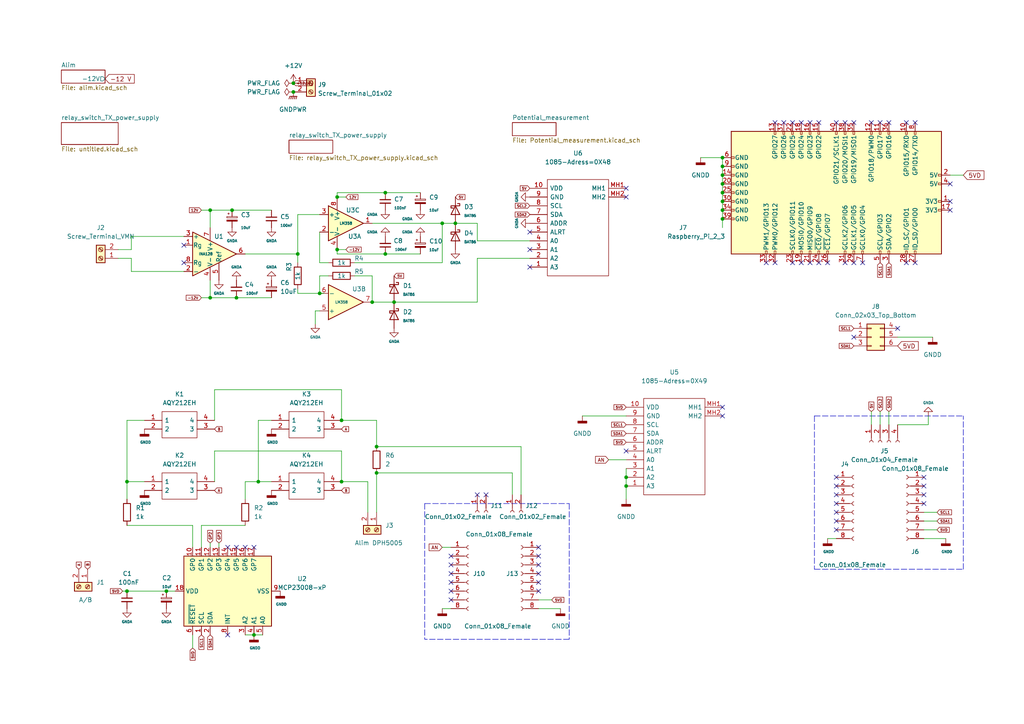
<source format=kicad_sch>
(kicad_sch (version 20211123) (generator eeschema)
  (paper "A4")
  (title_block (company "OhmPi team"))
  (junction (at 60.96 86.36))
  (junction (at 209.55 55.88))
  (junction (at 36.83 171.45))
  (junction (at 68.58 86.36))
  (junction (at 99.06 139.7))
  (junction (at 74.93 139.7))
  (junction (at 114.3 87.63))
  (junction (at 48.26 171.45))
  (junction (at 181.61 138.43))
  (junction (at 209.55 50.8))
  (junction (at 36.83 139.7))
  (junction (at 181.61 140.97))
  (junction (at 132.08 64.77))
  (junction (at 209.55 48.26))
  (junction (at 86.36 73.66))
  (junction (at 97.79 57.15))
  (junction (at 209.55 58.42))
  (junction (at 85.09 24.13))
  (junction (at 209.55 63.5))
  (junction (at 97.79 72.39))
  (junction (at 67.31 60.96))
  (junction (at 60.96 60.96))
  (junction (at 111.76 55.88))
  (junction (at 92.71 85.09))
  (junction (at 209.55 60.96))
  (junction (at 111.76 73.66))
  (junction (at 109.22 137.16))
  (junction (at 209.55 45.72))
  (junction (at 85.09 26.67))
  (junction (at 73.66 184.15))
  (junction (at 109.22 129.54))
  (junction (at 107.95 87.63))
  (junction (at 209.55 53.34))
  (junction (at 128.27 64.77))
  (junction (at 99.06 121.92))
  (no_connect (at 242.57 148.59))
  (no_connect (at 242.57 143.51))
  (no_connect (at 242.57 146.05))
  (no_connect (at 242.57 138.43))
  (no_connect (at 242.57 140.97))
  (no_connect (at 242.57 151.13))
  (no_connect (at 242.57 153.67))
  (no_connect (at 53.34 76.2))
  (no_connect (at 53.34 71.12))
  (no_connect (at 130.81 168.91))
  (no_connect (at 156.21 166.37))
  (no_connect (at 209.55 118.11))
  (no_connect (at 181.61 130.81))
  (no_connect (at 209.55 120.65))
  (no_connect (at 275.59 58.42))
  (no_connect (at 275.59 60.96))
  (no_connect (at 275.59 53.34))
  (no_connect (at 73.66 158.75))
  (no_connect (at 71.12 158.75))
  (no_connect (at 68.58 158.75))
  (no_connect (at 66.04 158.75))
  (no_connect (at 153.67 67.31))
  (no_connect (at 181.61 54.61))
  (no_connect (at 181.61 57.15))
  (no_connect (at 156.21 171.45))
  (no_connect (at 156.21 168.91))
  (no_connect (at 66.04 184.15))
  (no_connect (at 156.21 161.29))
  (no_connect (at 156.21 163.83))
  (no_connect (at 130.81 163.83))
  (no_connect (at 153.67 72.39))
  (no_connect (at 153.67 77.47))
  (no_connect (at 260.35 95.25))
  (no_connect (at 247.65 97.79))
  (no_connect (at 156.21 158.75))
  (no_connect (at 130.81 171.45))
  (no_connect (at 140.97 143.51))
  (no_connect (at 138.43 143.51))
  (no_connect (at 130.81 161.29))
  (no_connect (at 130.81 166.37))
  (no_connect (at 267.97 146.05))
  (no_connect (at 267.97 138.43))
  (no_connect (at 267.97 140.97))
  (no_connect (at 267.97 143.51))
  (no_connect (at 252.73 35.56))
  (no_connect (at 255.27 35.56))
  (no_connect (at 257.81 35.56))
  (no_connect (at 262.89 35.56))
  (no_connect (at 265.43 35.56))
  (no_connect (at 224.79 35.56))
  (no_connect (at 227.33 35.56))
  (no_connect (at 229.87 35.56))
  (no_connect (at 232.41 35.56))
  (no_connect (at 234.95 35.56))
  (no_connect (at 237.49 35.56))
  (no_connect (at 242.57 35.56))
  (no_connect (at 245.11 35.56))
  (no_connect (at 247.65 35.56))
  (no_connect (at 262.89 76.2))
  (no_connect (at 265.43 76.2))
  (no_connect (at 240.03 76.2))
  (no_connect (at 245.11 76.2))
  (no_connect (at 247.65 76.2))
  (no_connect (at 250.19 76.2))
  (no_connect (at 229.87 76.2))
  (no_connect (at 232.41 76.2))
  (no_connect (at 234.95 76.2))
  (no_connect (at 237.49 76.2))
  (no_connect (at 224.79 76.2))
  (no_connect (at 222.25 76.2))
  (no_connect (at 130.81 173.99))
  (wire (pts (xy 86.36 73.66) (xy 86.36 76.2)))
  (wire (pts (xy 34.29 74.93) (xy 38.1 74.93)))
  (wire (pts (xy 138.43 87.63) (xy 114.3 87.63)))
  (wire (pts (xy 55.88 152.4) (xy 55.88 158.75)))
  (wire (pts (xy 92.71 76.2) (xy 95.25 76.2)))
  (wire (pts (xy 209.55 63.5) (xy 209.55 66.04)))
  (wire (pts (xy 74.93 121.92) (xy 74.93 139.7)))
  (wire (pts (xy 62.23 130.81) (xy 62.23 139.7)))
  (polyline (pts (xy 236.22 165.1) (xy 279.4 165.1)))
  (polyline (pts (xy 236.22 120.65) (xy 279.4 120.65)))
  (wire (pts (xy 260.35 97.79) (xy 270.51 97.79)))
  (wire (pts (xy 109.22 121.92) (xy 109.22 129.54)))
  (wire (pts (xy 128.27 64.77) (xy 107.95 64.77)))
  (wire (pts (xy 107.95 87.63) (xy 107.95 80.01)))
  (wire (pts (xy 121.92 73.66) (xy 111.76 73.66)))
  (wire (pts (xy 35.56 171.45) (xy 36.83 171.45)))
  (wire (pts (xy 74.93 139.7) (xy 78.74 139.7)))
  (wire (pts (xy 240.03 156.21) (xy 242.57 156.21)))
  (wire (pts (xy 71.12 139.7) (xy 71.12 144.78)))
  (wire (pts (xy 209.55 60.96) (xy 209.55 63.5)))
  (wire (pts (xy 128.27 64.77) (xy 132.08 64.77)))
  (wire (pts (xy 148.59 137.16) (xy 148.59 143.51)))
  (wire (pts (xy 58.42 86.36) (xy 60.96 86.36)))
  (wire (pts (xy 36.83 139.7) (xy 41.91 139.7)))
  (wire (pts (xy 99.06 130.81) (xy 99.06 139.7)))
  (wire (pts (xy 86.36 85.09) (xy 92.71 85.09)))
  (wire (pts (xy 279.4 50.8) (xy 275.59 50.8)))
  (wire (pts (xy 60.96 60.96) (xy 60.96 66.04)))
  (wire (pts (xy 106.68 148.59) (xy 106.68 139.7)))
  (polyline (pts (xy 279.4 165.1) (xy 279.4 120.65)))
  (wire (pts (xy 92.71 80.01) (xy 92.71 85.09)))
  (wire (pts (xy 36.83 139.7) (xy 36.83 144.78)))
  (wire (pts (xy 97.79 55.88) (xy 111.76 55.88)))
  (wire (pts (xy 91.44 90.17) (xy 91.44 93.98)))
  (wire (pts (xy 78.74 121.92) (xy 74.93 121.92)))
  (wire (pts (xy 203.2 45.72) (xy 209.55 45.72)))
  (wire (pts (xy 109.22 137.16) (xy 148.59 137.16)))
  (wire (pts (xy 73.66 184.15) (xy 76.2 184.15)))
  (wire (pts (xy 58.42 152.4) (xy 71.12 152.4)))
  (wire (pts (xy 55.88 184.15) (xy 55.88 187.96)))
  (wire (pts (xy 38.1 74.93) (xy 38.1 78.74)))
  (wire (pts (xy 86.36 62.23) (xy 92.71 62.23)))
  (wire (pts (xy 92.71 90.17) (xy 91.44 90.17)))
  (wire (pts (xy 176.53 133.35) (xy 181.61 133.35)))
  (wire (pts (xy 102.87 76.2) (xy 128.27 76.2)))
  (wire (pts (xy 99.06 121.92) (xy 109.22 121.92)))
  (wire (pts (xy 41.91 121.92) (xy 36.83 121.92)))
  (wire (pts (xy 181.61 140.97) (xy 181.61 144.78)))
  (wire (pts (xy 58.42 152.4) (xy 58.42 158.75)))
  (wire (pts (xy 209.55 55.88) (xy 209.55 58.42)))
  (wire (pts (xy 97.79 73.66) (xy 111.76 73.66)))
  (wire (pts (xy 111.76 55.88) (xy 121.92 55.88)))
  (wire (pts (xy 58.42 60.96) (xy 60.96 60.96)))
  (wire (pts (xy 92.71 67.31) (xy 92.71 76.2)))
  (wire (pts (xy 267.97 151.13) (xy 271.78 151.13)))
  (polyline (pts (xy 165.1 185.42) (xy 123.19 185.42)))
  (wire (pts (xy 78.74 86.36) (xy 68.58 86.36)))
  (wire (pts (xy 38.1 78.74) (xy 53.34 78.74)))
  (wire (pts (xy 209.55 45.72) (xy 209.55 48.26)))
  (wire (pts (xy 97.79 57.15) (xy 100.33 57.15)))
  (wire (pts (xy 181.61 138.43) (xy 181.61 140.97)))
  (wire (pts (xy 255.27 119.38) (xy 255.27 123.19)))
  (wire (pts (xy 260.35 123.19) (xy 269.24 123.19)))
  (wire (pts (xy 62.23 113.03) (xy 99.06 113.03)))
  (wire (pts (xy 99.06 113.03) (xy 99.06 121.92)))
  (wire (pts (xy 67.31 60.96) (xy 78.74 60.96)))
  (wire (pts (xy 86.36 62.23) (xy 86.36 73.66)))
  (wire (pts (xy 62.23 130.81) (xy 99.06 130.81)))
  (wire (pts (xy 109.22 137.16) (xy 109.22 148.59)))
  (wire (pts (xy 63.5 157.48) (xy 63.5 158.75)))
  (wire (pts (xy 209.55 48.26) (xy 209.55 50.8)))
  (wire (pts (xy 138.43 74.93) (xy 138.43 87.63)))
  (wire (pts (xy 128.27 176.53) (xy 130.81 176.53)))
  (wire (pts (xy 153.67 74.93) (xy 138.43 74.93)))
  (wire (pts (xy 71.12 184.15) (xy 73.66 184.15)))
  (wire (pts (xy 151.13 143.51) (xy 151.13 129.54)))
  (wire (pts (xy 102.87 80.01) (xy 107.95 80.01)))
  (wire (pts (xy 60.96 157.48) (xy 60.96 158.75)))
  (wire (pts (xy 252.73 119.38) (xy 252.73 123.19)))
  (wire (pts (xy 209.55 53.34) (xy 209.55 55.88)))
  (wire (pts (xy 267.97 156.21) (xy 274.32 156.21)))
  (wire (pts (xy 138.43 69.85) (xy 138.43 64.77)))
  (wire (pts (xy 151.13 129.54) (xy 109.22 129.54)))
  (wire (pts (xy 209.55 58.42) (xy 209.55 60.96)))
  (wire (pts (xy 36.83 121.92) (xy 36.83 139.7)))
  (wire (pts (xy 107.95 87.63) (xy 114.3 87.63)))
  (wire (pts (xy 38.1 68.58) (xy 53.34 68.58)))
  (wire (pts (xy 48.26 171.45) (xy 50.8 171.45)))
  (polyline (pts (xy 123.19 146.05) (xy 165.1 146.05)))
  (wire (pts (xy 168.91 120.65) (xy 181.61 120.65)))
  (wire (pts (xy 267.97 153.67) (xy 271.78 153.67)))
  (wire (pts (xy 269.24 123.19) (xy 269.24 120.65)))
  (wire (pts (xy 93.98 85.09) (xy 92.71 85.09)))
  (polyline (pts (xy 165.1 146.05) (xy 165.1 185.42)))
  (wire (pts (xy 60.96 60.96) (xy 67.31 60.96)))
  (wire (pts (xy 128.27 158.75) (xy 130.81 158.75)))
  (wire (pts (xy 62.23 113.03) (xy 62.23 121.92)))
  (wire (pts (xy 71.12 139.7) (xy 74.93 139.7)))
  (wire (pts (xy 209.55 50.8) (xy 209.55 53.34)))
  (wire (pts (xy 60.96 86.36) (xy 68.58 86.36)))
  (wire (pts (xy 97.79 72.39) (xy 97.79 73.66)))
  (wire (pts (xy 181.61 135.89) (xy 181.61 138.43)))
  (wire (pts (xy 153.67 69.85) (xy 138.43 69.85)))
  (wire (pts (xy 36.83 171.45) (xy 48.26 171.45)))
  (wire (pts (xy 156.21 173.99) (xy 160.02 173.99)))
  (wire (pts (xy 34.29 72.39) (xy 38.1 72.39)))
  (wire (pts (xy 257.81 119.38) (xy 257.81 123.19)))
  (wire (pts (xy 138.43 64.77) (xy 132.08 64.77)))
  (wire (pts (xy 86.36 83.82) (xy 86.36 85.09)))
  (polyline (pts (xy 123.19 146.05) (xy 123.19 185.42)))
  (wire (pts (xy 92.71 80.01) (xy 95.25 80.01)))
  (wire (pts (xy 267.97 148.59) (xy 271.78 148.59)))
  (wire (pts (xy 36.83 152.4) (xy 55.88 152.4)))
  (wire (pts (xy 97.79 57.15) (xy 97.79 55.88)))
  (wire (pts (xy 128.27 64.77) (xy 128.27 76.2)))
  (wire (pts (xy 38.1 72.39) (xy 38.1 68.58)))
  (polyline (pts (xy 236.22 120.65) (xy 236.22 165.1)))
  (wire (pts (xy 156.21 176.53) (xy 162.56 176.53)))
  (wire (pts (xy 60.96 81.28) (xy 60.96 86.36)))
  (wire (pts (xy 97.79 72.39) (xy 100.33 72.39)))
  (wire (pts (xy 106.68 139.7) (xy 99.06 139.7)))
  (wire (pts (xy 71.12 73.66) (xy 86.36 73.66)))
  (global_label "12V" (shape input) (at 100.33 57.15 0) (effects (font (size 0.75 0.75))) (property "Intersheet References" "${INTERSHEET_REFS}" (effects hide)))
  (global_label "SDA1" (shape input) (at 181.61 125.73 180) (effects (font (size 0.75 0.75))) (property "Intersheet References" "${INTERSHEET_REFS}" (effects hide)))
  (global_label "5V" (shape input) (at 252.73 119.38 90) (effects (font (size 0.75 0.75))) (property "Intersheet References" "${INTERSHEET_REFS}" (effects hide)))
  (global_label "SCL1" (shape input) (at 58.42 184.15 270) (effects (font (size 0.75 0.75))) (property "Intersheet References" "${INTERSHEET_REFS}" (effects hide)))
  (global_label "SDA1" (shape input) (at 60.96 184.15 270) (effects (font (size 0.75 0.75))) (property "Intersheet References" "${INTERSHEET_REFS}" (effects hide)))
  (global_label "-12 V" (shape input) (at 30.48 22.86 0) (property "Intersheet References" "${INTERSHEET_REFS}" (effects hide)))
  (global_label "SCL2" (shape input) (at 255.27 119.38 90) (effects (font (size 0.75 0.75))) (property "Intersheet References" "${INTERSHEET_REFS}" (effects hide)))
  (global_label "-12V" (shape input) (at 58.42 86.36 180) (effects (font (size 0.75 0.75))) (property "Intersheet References" "${INTERSHEET_REFS}" (effects hide)))
  (global_label "5V" (shape input) (at 114.3 80.01 0) (effects (font (size 0.75 0.75))) (property "Intersheet References" "${INTERSHEET_REFS}" (effects hide)))
  (global_label "5V" (shape input) (at 153.67 54.61 180) (effects (font (size 0.75 0.75))) (property "Intersheet References" "${INTERSHEET_REFS}" (effects hide)))
  (global_label "SDA2" (shape input) (at 153.67 62.23 180) (effects (font (size 0.75 0.75))) (property "Intersheet References" "${INTERSHEET_REFS}" (effects hide)))
  (global_label "SDA1" (shape input) (at 257.81 76.2 270) (effects (font (size 0.75 0.75))) (property "Intersheet References" "${INTERSHEET_REFS}" (effects hide)))
  (global_label "SDA2" (shape input) (at 257.81 119.38 90) (effects (font (size 0.75 0.75))) (property "Intersheet References" "${INTERSHEET_REFS}" (effects hide)))
  (global_label "5VD" (shape input) (at 279.4 50.8 0) (property "Intersheet References" "${INTERSHEET_REFS}" (effects hide)))
  (global_label "5VD" (shape input) (at 260.35 100.33 0) (property "Intersheet References" "${INTERSHEET_REFS}" (effects hide)))
  (global_label "B" (shape input) (at 25.4 165.1 90) (effects (font (size 0.75 0.75))) (property "Intersheet References" "${INTERSHEET_REFS}" (effects hide)))
  (global_label "A" (shape input) (at 99.06 124.46 0) (effects (font (size 0.75 0.75))) (property "Intersheet References" "${INTERSHEET_REFS}" (effects hide)))
  (global_label "A" (shape input) (at 62.23 142.24 0) (effects (font (size 0.75 0.75))) (property "Intersheet References" "${INTERSHEET_REFS}" (effects hide)))
  (global_label "12V" (shape input) (at 58.42 60.96 180) (effects (font (size 0.75 0.75))) (property "Intersheet References" "${INTERSHEET_REFS}" (effects hide)))
  (global_label "B" (shape input) (at 99.06 142.24 0) (effects (font (size 0.75 0.75))) (property "Intersheet References" "${INTERSHEET_REFS}" (effects hide)))
  (global_label "5VD" (shape input) (at 181.61 118.11 180) (effects (font (size 0.75 0.75))) (property "Intersheet References" "${INTERSHEET_REFS}" (effects hide)))
  (global_label "B" (shape input) (at 62.23 124.46 0) (effects (font (size 0.75 0.75))) (property "Intersheet References" "${INTERSHEET_REFS}" (effects hide)))
  (global_label "A" (shape input) (at 22.86 165.1 90) (effects (font (size 0.75 0.75))) (property "Intersheet References" "${INTERSHEET_REFS}" (effects hide)))
  (global_label "-12V" (shape input) (at 100.33 72.39 0) (effects (font (size 0.75 0.75))) (property "Intersheet References" "${INTERSHEET_REFS}" (effects hide)))
  (global_label "+12.5V" (shape input) (at 85.09 24.13 0) (effects (font (size 0.75 0.75))) (property "Intersheet References" "${INTERSHEET_REFS}" (effects hide)))
  (global_label "GP3" (shape input) (at 63.5 157.48 90) (effects (font (size 0.75 0.75))) (property "Intersheet References" "${INTERSHEET_REFS}" (effects hide)))
  (global_label "5VD" (shape input) (at 181.61 128.27 180) (effects (font (size 0.75 0.75))) (property "Intersheet References" "${INTERSHEET_REFS}" (effects hide)))
  (global_label "5VD" (shape input) (at 271.78 153.67 0) (effects (font (size 0.75 0.75))) (property "Intersheet References" "${INTERSHEET_REFS}" (effects hide)))
  (global_label "SCL1" (shape input) (at 255.27 76.2 270) (effects (font (size 0.75 0.75))) (property "Intersheet References" "${INTERSHEET_REFS}" (effects hide)))
  (global_label "SCL1" (shape input) (at 247.65 95.25 180) (effects (font (size 0.75 0.75))) (property "Intersheet References" "${INTERSHEET_REFS}" (effects hide)))
  (global_label "GP2" (shape input) (at 60.96 157.48 90) (effects (font (size 0.75 0.75))) (property "Intersheet References" "${INTERSHEET_REFS}" (effects hide)))
  (global_label "SCL2" (shape input) (at 153.67 59.69 180) (effects (font (size 0.75 0.75))) (property "Intersheet References" "${INTERSHEET_REFS}" (effects hide)))
  (global_label "AN" (shape input) (at 176.53 133.35 180) (effects (font (size 1 1))) (property "Intersheet References" "${INTERSHEET_REFS}" (effects hide)))
  (global_label "AN" (shape input) (at 128.27 158.75 180) (effects (font (size 1 1))) (property "Intersheet References" "${INTERSHEET_REFS}" (effects hide)))
  (global_label "5V" (shape input) (at 132.08 57.15 0) (effects (font (size 0.75 0.75))) (property "Intersheet References" "${INTERSHEET_REFS}" (effects hide)))
  (global_label "SCL1" (shape input) (at 181.61 123.19 180) (effects (font (size 0.75 0.75))) (property "Intersheet References" "${INTERSHEET_REFS}" (effects hide)))
  (global_label "SCL1" (shape input) (at 271.78 148.59 0) (effects (font (size 0.75 0.75))) (property "Intersheet References" "${INTERSHEET_REFS}" (effects hide)))
  (global_label "SDA1" (shape input) (at 247.65 100.33 180) (effects (font (size 0.75 0.75))) (property "Intersheet References" "${INTERSHEET_REFS}" (effects hide)))
  (global_label "5VD" (shape input) (at 35.56 171.45 180) (effects (font (size 0.75 0.75))) (property "Intersheet References" "${INTERSHEET_REFS}" (effects hide)))
  (global_label "SDA1" (shape input) (at 271.78 151.13 0) (effects (font (size 0.75 0.75))) (property "Intersheet References" "${INTERSHEET_REFS}" (effects hide)))
  (global_label "5VD" (shape input) (at 55.88 187.96 270) (effects (font (size 0.75 0.75))) (property "Intersheet References" "${INTERSHEET_REFS}" (effects hide)))
  (global_label "5VD" (shape input) (at 160.02 173.99 0) (effects (font (size 0.75 0.75))) (property "Intersheet References" "${INTERSHEET_REFS}" (effects hide)))
  (symbol (lib_id "power:GNDA") (at 132.08 72.39 0) (unit 1)
    (property "Reference" "#PWR023" (effects hide))
    (property "Value" "GNDA" (at 132.08 76.2 0) (effects (font (size 0.75 0.75))))
  )
  (symbol (lib_id "power:GNDA") (at 36.83 176.53 0) (unit 1)
    (property "Reference" "#PWR01" (effects hide))
    (property "Value" "GNDA" (at 36.83 180.34 0) (effects (font (size 0.75 0.75))))
  )
  (symbol (lib_id "Connector:Conn_01x02_Female") (at 138.43 148.59 90) (mirror x) (unit 1)
    (property "Reference" "J11" (at 142.24 146.6849 90) (effects (justify right)))
    (property "Value" "Conn_01x02_Female" (at 123.19 149.86 90) (effects (justify right)))
    (property "Footprint" "Connector_PinHeader_2.54mm:PinHeader_1x02_P2.54mm_Vertical" (effects hide))
  )
  (symbol (lib_id "power:GNDA") (at 78.74 81.28 180) (unit 1)
    (property "Reference" "#PWR010" (effects hide))
    (property "Value" "GNDA" (at 78.74 77.47 0) (effects (font (size 0.75 0.75))))
  )
  (symbol (lib_id "power:GNDD") (at 203.2 45.72 0) (unit 1)
    (property "Reference" "#PWR028" (effects hide))
    (property "Value" "GNDD" (at 203.2 50.8 0))
  )
  (symbol (lib_id "Diode:BAT86") (at 132.08 68.58 270) (unit 1)
    (property "Reference" "D4" (at 134.62 67.6274 90) (effects (justify left)))
    (property "Value" "BAT86" (at 134.62 70.1674 90) (effects (font (size 0.75 0.75)) (justify left)))
    (property "Footprint" "Diode_THT:D_DO-35_SOD27_P7.62mm_Horizontal" (effects hide))
    (property "Datasheet" "https://assets.nexperia.com/documents/data-sheet/BAT86.pdf" (effects hide))
  )
  (symbol (lib_id "power:GNDA") (at 121.92 68.58 180) (unit 1)
    (property "Reference" "#PWR019" (effects hide))
    (property "Value" "GNDA" (at 118.11 67.31 0) (effects (font (size 0.75 0.75))))
  )
  (symbol (lib_id "power:GNDPWR") (at 85.09 26.67 0) (unit 1)
    (property "Reference" "#PWR033" (effects hide))
    (property "Value" "GNDPWR" (at 84.963 31.75 0))
  )
  (symbol (lib_id "Device:R") (at 99.06 76.2 90) (unit 1)
    (property "Reference" "R4" (at 104.14 74.93 90))
    (property "Value" "1k" (at 99.06 76.2 90))
    (property "Footprint" "Resistor_THT:R_Axial_DIN0207_L6.3mm_D2.5mm_P7.62mm_Horizontal" (effects hide))
  )
  (symbol (lib_id "power:GNDA") (at 68.58 81.28 180) (unit 1)
    (property "Reference" "#PWR07" (effects hide))
    (property "Value" "GNDA" (at 68.58 77.47 0) (effects (font (size 0.75 0.75))))
  )
  (symbol (lib_id "power:GNDA") (at 63.5 81.28 0) (unit 1)
    (property "Reference" "#PWR05" (effects hide))
    (property "Value" "GNDA" (at 63.5 85.09 0) (effects (font (size 0.75 0.75))))
  )
  (symbol (lib_id "power:GNDD") (at 78.74 142.24 0) (unit 1)
    (property "Reference" "#PWR012" (effects hide))
    (property "Value" "GNDD" (at 77.47 146.05 0) (effects (font (size 0.75 0.75)) (justify left)))
  )
  (symbol (lib_id "power:GNDD") (at 270.51 97.79 0) (unit 1)
    (property "Reference" "#PWR031" (effects hide))
    (property "Value" "GNDD" (at 270.51 102.87 0))
  )
  (symbol (lib_id "Device:C_Small") (at 78.74 63.5 0) (unit 1)
    (property "Reference" "C5" (at 81.28 62.8712 0) (effects (justify left)))
    (property "Value" "100nF" (at 81.28 65.4112 0) (effects (font (size 0.75 0.75)) (justify left)))
    (property "Footprint" "Capacitor_THT:C_Disc_D8.0mm_W2.5mm_P5.00mm" (effects hide))
  )
  (symbol (lib_id "power:GNDA") (at 121.92 60.96 0) (unit 1)
    (property "Reference" "#PWR018" (effects hide))
    (property "Value" "GNDA" (at 118.11 63.5 0) (effects (font (size 0.75 0.75))))
  )
  (symbol (lib_id "Connector:Conn_01x08_Female") (at 247.65 146.05 0) (unit 1)
    (property "Reference" "J4" (at 243.84 134.62 0) (effects (justify left)))
    (property "Value" "Conn_01x08_Female" (at 237.49 163.83 0) (effects (justify left)))
    (property "Footprint" "Connector_PinHeader_2.54mm:PinHeader_1x08_P2.54mm_Vertical" (effects hide))
  )
  (symbol (lib_id "power:GNDD") (at 181.61 144.78 0) (unit 1)
    (property "Reference" "#PWR0103" (effects hide))
    (property "Value" "GNDD" (at 181.61 149.86 0))
  )
  (symbol (lib_id "Amplifier_Instrumentation:INA128") (at 60.96 73.66 0) (unit 1)
    (property "Reference" "U1" (at 63.5 68.58 0))
    (property "Value" "INA128" (at 59.69 73.66 0) (effects (font (size 0.75 0.75))))
    (property "Footprint" "Package_DIP:DIP-8_W7.62mm" (effects hide))
    (property "Datasheet" "http://www.ti.com/lit/ds/symlink/ina128.pdf" (effects hide))
  )
  (symbol (lib_id "Connector:Screw_Terminal_01x02") (at 25.4 170.18 270) (unit 1)
    (property "Reference" "J1" (at 27.94 168.9099 90) (effects (justify left)))
    (property "Value" "A/B" (at 22.86 173.99 90) (effects (justify left)))
    (property "Footprint" "TerminalBlock_Phoenix:TerminalBlock_Phoenix_MKDS-1,5-2-5.08_1x02_P5.08mm_Horizontal" (effects hide))
  )
  (symbol (lib_id "Connector_Generic:Conn_02x03_Top_Bottom") (at 252.73 97.79 0) (unit 1)
    (property "Reference" "J8" (at 254 88.9 0))
    (property "Value" "Conn_02x03_Top_Bottom" (at 254 91.44 0))
    (property "Footprint" "Connector_IDC:IDC-Header_2x03_P2.54mm_Vertical" (effects hide))
  )
  (symbol (lib_id "Device:R") (at 109.22 133.35 0) (unit 1)
    (property "Reference" "R6" (at 111.76 132.0799 0) (effects (justify left)))
    (property "Value" "2" (at 111.76 134.6199 0) (effects (justify left)))
    (property "Footprint" "Resistor_THT:R_Axial_DIN0414_L11.9mm_D4.5mm_P20.32mm_Horizontal" (effects hide))
  )
  (symbol (lib_id "Connector:Conn_01x08_Female") (at 135.89 166.37 0) (unit 1)
    (property "Reference" "J10" (at 137.16 166.37 0) (effects (justify left)))
    (property "Value" "Conn_01x08_Female" (at 134.62 181.61 0) (effects (justify left)))
    (property "Footprint" "Connector_PinHeader_2.54mm:PinHeader_1x08_P2.54mm_Vertical" (effects hide))
  )
  (symbol (lib_name "1085_1") (lib_id "1085:1085") (at 181.61 118.11 0) (unit 1)
    (property "Reference" "U5" (at 195.58 107.95 0))
    (property "Value" "1085-Adress=0X49" (at 195.58 110.49 0))
    (property "Footprint" "1085:1085" (effects hide))
    (property "Datasheet" "https://cdn-shop.adafruit.com/datasheets/ads1115.pdf" (effects hide))
    (property "MANUFACTURER" "Adafruit" (effects hide))
    (property "MAXIMUM_PACKAGE_HEIGHT" "N/A" (effects hide))
    (property "PARTREV" "N/A" (effects hide))
    (property "STANDARD" "Manufacturer Recommendations" (effects hide))
    (property "Description" "Data Conversion IC Development Tools ADS1115 16-Bit ADC - 4 Channel with Programmable Gain Amplifier" (effects hide))
    (property "Height" "5" (effects hide))
    (property "Manufacturer_Name" "Adafruit" (effects hide))
    (property "Manufacturer_Part_Number" "1085" (effects hide))
    (property "Mouser Part Number" "485-1085" (effects hide))
    (property "Mouser Price/Stock" "https://www.mouser.co.uk/ProductDetail/Adafruit/1085?qs=GURawfaeGuCW8oufi8WauA%3D%3D" (effects hide))
    (property "Arrow Part Number" "1085" (effects hide))
    (property "Arrow Price/Stock" "https://www.arrow.com/en/products/1085/adafruit-industries?region=nac" (effects hide))
  )
  (symbol (lib_id "power:GNDA") (at 48.26 176.53 0) (unit 1)
    (property "Reference" "#PWR04" (effects hide))
    (property "Value" "GNDA" (at 48.26 180.34 0) (effects (font (size 0.75 0.75))))
  )
  (symbol (lib_id "Device:R") (at 86.36 80.01 0) (unit 1)
    (property "Reference" "R3" (at 83.82 78.74 90) (effects (justify left)))
    (property "Value" "1k" (at 86.36 81.28 90) (effects (justify left)))
    (property "Footprint" "Resistor_THT:R_Axial_DIN0207_L6.3mm_D2.5mm_P7.62mm_Horizontal" (effects hide))
  )
  (symbol (lib_id "power:PWR_FLAG") (at 85.09 26.67 90) (unit 1)
    (property "Reference" "#FLG02" (effects hide))
    (property "Value" "PWR_FLAG" (at 81.28 26.6699 90) (effects (justify left)))
  )
  (symbol (lib_id "Interface_Expansion:MCP23008-xP") (at 66.04 171.45 90) (unit 1)
    (property "Reference" "U2" (at 87.63 167.8686 90))
    (property "Value" "MCP23008-xP" (at 87.63 170.4086 90))
    (property "Footprint" "Package_DIP:DIP-18_W7.62mm" (effects hide))
    (property "Datasheet" "http://ww1.microchip.com/downloads/en/DeviceDoc/MCP23008-MCP23S08-Data-Sheet-20001919F.pdf" (effects hide))
  )
  (symbol (lib_id "power:GNDA") (at 153.67 57.15 270) (unit 1)
    (property "Reference" "#PWR025" (effects hide))
    (property "Value" "GNDA" (at 149.86 57.15 0) (effects (font (size 0.75 0.75))))
  )
  (symbol (lib_id "Connector:Screw_Terminal_01x02") (at 90.17 24.13 0) (unit 1)
    (property "Reference" "J9" (at 92.202 24.5653 0) (effects (justify left)))
    (property "Value" "Screw_Terminal_01x02" (at 92.202 27.1022 0) (effects (justify left)))
    (property "Footprint" "TerminalBlock_Phoenix:TerminalBlock_Phoenix_MKDS-1,5-2-5.08_1x02_P5.08mm_Horizontal" (effects hide))
  )
  (symbol (lib_id "Device:C_Polarized_Small") (at 67.31 63.5 0) (unit 1)
    (property "Reference" "C3" (at 69.85 62.3188 0) (effects (justify left)))
    (property "Value" "10uF" (at 69.85 66.04 0) (effects (font (size 0.75 0.75)) (justify left)))
    (property "Footprint" "Capacitor_THT:CP_Radial_D6.3mm_P2.50mm" (effects hide))
  )
  (symbol (lib_id "Device:C_Polarized_Small") (at 121.92 71.12 0) (unit 1)
    (property "Reference" "C10" (at 124.46 69.9388 0) (effects (justify left)))
    (property "Value" "10uF" (at 124.46 72.4788 0) (effects (font (size 0.75 0.75)) (justify left)))
    (property "Footprint" "Capacitor_THT:CP_Radial_D6.3mm_P2.50mm" (effects hide))
  )
  (symbol (lib_id "power:GNDA") (at 111.76 68.58 180) (unit 1)
    (property "Reference" "#PWR016" (effects hide))
    (property "Value" "GNDA" (at 107.95 67.31 0) (effects (font (size 0.75 0.75))))
  )
  (symbol (lib_id "power:GNDD") (at 162.56 176.53 0) (unit 1)
    (property "Reference" "#PWR0101" (effects hide))
    (property "Value" "GNDD" (at 162.56 181.61 0))
  )
  (symbol (lib_id "Device:R") (at 36.83 148.59 0) (unit 1)
    (property "Reference" "R1" (at 39.37 147.3199 0) (effects (justify left)))
    (property "Value" "1k" (at 39.37 149.8599 0) (effects (justify left)))
    (property "Footprint" "Resistor_THT:R_Axial_DIN0207_L6.3mm_D2.5mm_P7.62mm_Horizontal" (effects hide))
  )
  (symbol (lib_id "Diode:BAT86") (at 114.3 91.44 270) (unit 1)
    (property "Reference" "D2" (at 116.84 90.4874 90) (effects (justify left)))
    (property "Value" "BAT86" (at 116.84 93.0274 90) (effects (font (size 0.75 0.75)) (justify left)))
    (property "Footprint" "Diode_THT:D_DO-35_SOD27_P7.62mm_Horizontal" (effects hide))
    (property "Datasheet" "https://assets.nexperia.com/documents/data-sheet/BAT86.pdf" (effects hide))
  )
  (symbol (lib_id "power:GNDD") (at 240.03 156.21 0) (unit 1)
    (property "Reference" "#PWR027" (effects hide))
    (property "Value" "GNDD" (at 238.76 160.02 0) (effects (font (size 0.75 0.75)) (justify left)))
  )
  (symbol (lib_id "Device:C_Small") (at 111.76 71.12 180) (unit 1)
    (property "Reference" "C8" (at 116.84 69.85 0) (effects (justify left)))
    (property "Value" "100nF" (at 118.11 72.39 0) (effects (font (size 0.75 0.75)) (justify left)))
    (property "Footprint" "Capacitor_THT:C_Disc_D8.0mm_W2.5mm_P5.00mm" (effects hide))
  )
  (symbol (lib_id "Amplifier_Operational:LM358") (at 100.33 64.77 0) (unit 1)
    (property "Reference" "U3" (at 102.87 68.58 0))
    (property "Value" "LM358" (at 100.33 64.77 0) (effects (font (size 0.75 0.75))))
    (property "Footprint" "Package_DIP:DIP-8_W7.62mm" (effects hide))
    (property "Datasheet" "http://www.ti.com/lit/ds/symlink/lm2904-n.pdf" (effects hide))
  )
  (symbol (lib_id "power:GNDD") (at 274.32 156.21 0) (unit 1)
    (property "Reference" "#PWR030" (effects hide))
    (property "Value" "GNDD" (at 273.05 160.02 0) (effects (font (size 0.75 0.75)) (justify left)))
  )
  (symbol (lib_id "Device:C_Small") (at 36.83 173.99 0) (unit 1)
    (property "Reference" "C1" (at 35.56 166.37 0) (effects (justify left)))
    (property "Value" "100nF" (at 34.29 168.91 0) (effects (justify left)))
    (property "Footprint" "Capacitor_THT:C_Disc_D8.0mm_W2.5mm_P5.00mm" (effects hide))
  )
  (symbol (lib_id "power:GNDA") (at 111.76 60.96 0) (unit 1)
    (property "Reference" "#PWR015" (effects hide))
    (property "Value" "GNDA" (at 107.95 62.23 0) (effects (font (size 0.75 0.75))))
  )
  (symbol (lib_id "power:GNDA") (at 269.24 120.65 180) (unit 1)
    (property "Reference" "#PWR029" (effects hide))
    (property "Value" "GNDA" (at 269.24 116.84 0) (effects (font (size 0.75 0.75))))
  )
  (symbol (lib_id "1085:1085") (at 153.67 54.61 0) (unit 1)
    (property "Reference" "U6" (at 167.64 44.45 0))
    (property "Value" "1085-Adress=0X48" (at 167.64 46.99 0))
    (property "Footprint" "1085:1085" (effects hide))
    (property "Datasheet" "https://cdn-shop.adafruit.com/datasheets/ads1115.pdf" (effects hide))
    (property "MAXIMUM_PACKAGE_HEIGHT" "N/A" (effects hide))
    (property "PARTREV" "N/A" (effects hide))
    (property "STANDARD" "Manufacturer Recommendations" (effects hide))
    (property "Description" "Data Conversion IC Development Tools ADS1115 16-Bit ADC - 4 Channel with Programmable Gain Amplifier" (effects hide))
    (property "Height" "5" (effects hide))
    (property "Manufacturer_Name" "Adafruit" (effects hide))
    (property "Manufacturer_Part_Number" "1085" (effects hide))
    (property "Mouser Part Number" "485-1085" (effects hide))
    (property "Mouser Price/Stock" "https://www.mouser.co.uk/ProductDetail/Adafruit/1085?qs=GURawfaeGuCW8oufi8WauA%3D%3D" (effects hide))
    (property "Arrow Part Number" "1085" (effects hide))
    (property "Arrow Price/Stock" "https://www.arrow.com/en/products/1085/adafruit-industries?region=nac" (effects hide))
  )
  (symbol (lib_id "Connector:Raspberry_Pi_2_3") (at 242.57 55.88 270) (unit 1)
    (property "Reference" "J7" (at 198.12 66.04 90))
    (property "Value" "Raspberry_Pi_2_3" (at 201.93 68.58 90))
    (property "Footprint" "Connector_PinSocket_2.54mm:PinSocket_2x20_P2.54mm_Vertical" (effects hide))
    (property "Datasheet" "https://www.raspberrypi.org/documentation/hardware/raspberrypi/schematics/rpi_SCH_3bplus_1p0_reduced.pdf" (effects hide))
  )
  (symbol (lib_id "power:GNDD") (at 41.91 142.24 0) (unit 1)
    (property "Reference" "#PWR03" (effects hide))
    (property "Value" "GNDD" (at 40.64 146.05 0) (effects (font (size 0.75 0.75)) (justify left)))
  )
  (symbol (lib_id "Device:R") (at 99.06 80.01 90) (unit 1)
    (property "Reference" "R5" (at 104.14 78.74 90))
    (property "Value" "1k" (at 99.06 80.01 90))
    (property "Footprint" "Resistor_THT:R_Axial_DIN0207_L6.3mm_D2.5mm_P7.62mm_Horizontal" (effects hide))
  )
  (symbol (lib_id "Device:C_Polarized_Small") (at 78.74 83.82 0) (unit 1)
    (property "Reference" "C6" (at 81.28 82.0038 0) (effects (justify left)))
    (property "Value" "10uF" (at 81.28 84.5438 0) (effects (justify left)))
    (property "Footprint" "Capacitor_THT:CP_Radial_D6.3mm_P2.50mm" (effects hide))
  )
  (symbol (lib_id "power:GNDA") (at 114.3 95.25 0) (unit 1)
    (property "Reference" "#PWR017" (effects hide))
    (property "Value" "GNDA" (at 114.3 99.06 0) (effects (font (size 0.75 0.75))))
  )
  (symbol (lib_id "Diode:BAT86") (at 132.08 60.96 270) (unit 1)
    (property "Reference" "D3" (at 134.62 60.0074 90) (effects (justify left)))
    (property "Value" "BAT86" (at 134.62 62.5474 90) (effects (font (size 0.75 0.75)) (justify left)))
    (property "Footprint" "Diode_THT:D_DO-35_SOD27_P7.62mm_Horizontal" (effects hide))
    (property "Datasheet" "https://assets.nexperia.com/documents/data-sheet/BAT86.pdf" (effects hide))
  )
  (symbol (lib_id "Device:C_Polarized_Small") (at 121.92 58.42 0) (unit 1)
    (property "Reference" "C9" (at 124.46 57.2388 0) (effects (justify left)))
    (property "Value" "10uF" (at 124.46 60.96 0) (effects (font (size 0.75 0.75)) (justify left)))
    (property "Footprint" "Capacitor_THT:CP_Radial_D6.3mm_P2.50mm" (effects hide))
  )
  (symbol (lib_id "Connector:Screw_Terminal_01x02") (at 109.22 153.67 270) (unit 1)
    (property "Reference" "J3" (at 111.76 152.3999 90) (effects (justify left)))
    (property "Value" "Alim DPH5005" (at 102.87 157.48 90) (effects (justify left)))
    (property "Footprint" "TerminalBlock_Phoenix:TerminalBlock_Phoenix_MKDS-1,5-2-5.08_1x02_P5.08mm_Horizontal" (effects hide))
  )
  (symbol (lib_id "Connector:Conn_01x02_Female") (at 148.59 148.59 90) (mirror x) (unit 1)
    (property "Reference" "J12" (at 152.4 146.6849 90) (effects (justify right)))
    (property "Value" "Conn_01x02_Female" (at 144.78 149.86 90) (effects (justify right)))
    (property "Footprint" "Connector_PinHeader_2.54mm:PinHeader_1x02_P2.54mm_Vertical" (effects hide))
  )
  (symbol (lib_id "AQY211EH:AQY211EH") (at 41.91 139.7 0) (unit 1)
    (property "Reference" "K2" (at 52.07 132.08 0))
    (property "Value" "AQY212EH" (at 52.07 134.62 0))
    (property "Footprint" "AQY211EH:DIP762W47P254L478H340Q4N" (effects hide))
    (property "Datasheet" "https://industrial.panasonic.com/ac/cdn/e/control/relay/photomos/catalog/semi_eng_ge1a_aqy21_e.pdf" (effects hide))
    (property "Description" "Relay" (effects hide))
    (property "Height" "3.4" (effects hide))
    (property "Manufacturer_Name" "Panasonic" (effects hide))
    (property "Manufacturer_Part_Number" "AQY211EH" (effects hide))
    (property "Mouser Part Number" "769-AQY211EH" (effects hide))
    (property "Mouser Price/Stock" "https://www.mouser.co.uk/ProductDetail/Panasonic-Industrial-Devices/AQY211EH?qs=wKtUvITRialGIU8hcM7DvQ%3D%3D" (effects hide))
    (property "Arrow Part Number" "AQY211EH" (effects hide))
    (property "Arrow Price/Stock" "https://www.arrow.com/en/products/aqy211eh/panasonic?region=nac" (effects hide))
  )
  (symbol (lib_id "Diode:BAT86") (at 114.3 83.82 270) (unit 1)
    (property "Reference" "D1" (at 116.84 82.8674 90) (effects (justify left)))
    (property "Value" "BAT86" (at 116.84 85.4074 90) (effects (font (size 0.75 0.75)) (justify left)))
    (property "Footprint" "Diode_THT:D_DO-35_SOD27_P7.62mm_Horizontal" (effects hide))
    (property "Datasheet" "https://assets.nexperia.com/documents/data-sheet/BAT86.pdf" (effects hide))
  )
  (symbol (lib_id "Amplifier_Operational:LM358") (at 100.33 64.77 0) (unit 3)
    (property "Reference" "U3" (at 100.33 60.96 0) (effects (justify left)))
    (property "Value" "LM358" (at 97.79 64.77 0) (effects (font (size 0 0)) (justify left)))
    (property "Footprint" "Package_DIP:DIP-8_W7.62mm" (effects hide))
    (property "Datasheet" "http://www.ti.com/lit/ds/symlink/lm2904-n.pdf" (effects hide))
  )
  (symbol (lib_id "power:PWR_FLAG") (at 85.09 24.13 90) (unit 1)
    (property "Reference" "#FLG01" (effects hide))
    (property "Value" "PWR_FLAG" (at 81.28 24.1299 90) (effects (justify left)))
  )
  (symbol (lib_id "Device:C_Small") (at 111.76 58.42 0) (unit 1)
    (property "Reference" "C7" (at 114.3 57.7912 0) (effects (justify left)))
    (property "Value" "100nF" (at 114.3 60.3312 0) (effects (font (size 0.75 0.75)) (justify left)))
    (property "Footprint" "Capacitor_THT:C_Disc_D8.0mm_W2.5mm_P5.00mm" (effects hide))
  )
  (symbol (lib_id "power:GNDD") (at 41.91 124.46 0) (unit 1)
    (property "Reference" "#PWR02" (effects hide))
    (property "Value" "GNDD" (at 40.64 128.27 0) (effects (font (size 0.75 0.75)) (justify left)))
  )
  (symbol (lib_id "power:GNDA") (at 67.31 66.04 0) (unit 1)
    (property "Reference" "#PWR06" (effects hide))
    (property "Value" "GNDA" (at 67.31 69.85 0) (effects (font (size 0.75 0.75))))
  )
  (symbol (lib_id "power:GNDD") (at 73.66 184.15 0) (unit 1)
    (property "Reference" "#PWR08" (effects hide))
    (property "Value" "GNDD" (at 72.39 187.96 0) (effects (font (size 0.75 0.75)) (justify left)))
  )
  (symbol (lib_id "power:GNDD") (at 81.28 171.45 0) (unit 1)
    (property "Reference" "#PWR013" (effects hide))
    (property "Value" "GNDD" (at 80.01 175.26 0) (effects (font (size 0.75 0.75)) (justify left)))
  )
  (symbol (lib_id "power:GNDA") (at 78.74 66.04 0) (unit 1)
    (property "Reference" "#PWR09" (effects hide))
    (property "Value" "GNDA" (at 78.74 69.85 0) (effects (font (size 0.75 0.75))))
  )
  (symbol (lib_id "Device:R") (at 71.12 148.59 0) (unit 1)
    (property "Reference" "R2" (at 73.66 147.3199 0) (effects (justify left)))
    (property "Value" "1k" (at 73.66 149.8599 0) (effects (justify left)))
    (property "Footprint" "Resistor_THT:R_Axial_DIN0207_L6.3mm_D2.5mm_P7.62mm_Horizontal" (effects hide))
  )
  (symbol (lib_id "power:GNDD") (at 128.27 176.53 0) (unit 1)
    (property "Reference" "#PWR0102" (effects hide))
    (property "Value" "GNDD" (at 128.27 181.61 0))
  )
  (symbol (lib_id "Connector:Screw_Terminal_01x02") (at 29.21 74.93 180) (unit 1)
    (property "Reference" "J2" (at 29.21 66.04 0))
    (property "Value" "Screw_Terminal_VMN" (at 29.21 68.58 0))
    (property "Footprint" "TerminalBlock_Phoenix:TerminalBlock_Phoenix_MKDS-1,5-2-5.08_1x02_P5.08mm_Horizontal" (effects hide))
  )
  (symbol (lib_id "Connector:Conn_01x08_Female") (at 262.89 146.05 0) (mirror y) (unit 1)
    (property "Reference" "J6" (at 265.43 160.02 0))
    (property "Value" "Conn_01x08_Female" (at 265.43 135.89 0))
    (property "Footprint" "Connector_PinHeader_2.54mm:PinHeader_1x08_P2.54mm_Vertical" (effects hide))
  )
  (symbol (lib_id "Connector:Conn_01x04_Female") (at 255.27 128.27 90) (mirror x) (unit 1)
    (property "Reference" "J5" (at 256.54 130.81 90))
    (property "Value" "Conn_01x04_Female" (at 256.54 133.35 90))
    (property "Footprint" "Connector_PinHeader_2.54mm:PinHeader_1x04_P2.54mm_Vertical" (effects hide))
  )
  (symbol (lib_id "power:GNDA") (at 91.44 93.98 0) (unit 1)
    (property "Reference" "#PWR014" (effects hide))
    (property "Value" "GNDA" (at 91.44 97.79 0) (effects (font (size 0.75 0.75))))
  )
  (symbol (lib_id "AQY211EH:AQY211EH") (at 41.91 121.92 0) (unit 1)
    (property "Reference" "K1" (at 52.07 114.3 0))
    (property "Value" "AQY212EH" (at 52.07 116.84 0))
    (property "Footprint" "AQY211EH:DIP762W47P254L478H340Q4N" (effects hide))
    (property "Datasheet" "https://industrial.panasonic.com/ac/cdn/e/control/relay/photomos/catalog/semi_eng_ge1a_aqy21_e.pdf" (effects hide))
    (property "Description" "Relay" (effects hide))
    (property "Height" "3.4" (effects hide))
    (property "Manufacturer_Name" "Panasonic" (effects hide))
    (property "Manufacturer_Part_Number" "AQY211EH" (effects hide))
    (property "Mouser Part Number" "769-AQY211EH" (effects hide))
    (property "Mouser Price/Stock" "https://www.mouser.co.uk/ProductDetail/Panasonic-Industrial-Devices/AQY211EH?qs=wKtUvITRialGIU8hcM7DvQ%3D%3D" (effects hide))
    (property "Arrow Part Number" "AQY211EH" (effects hide))
    (property "Arrow Price/Stock" "https://www.arrow.com/en/products/aqy211eh/panasonic?region=nac" (effects hide))
  )
  (symbol (lib_id "power:GNDD") (at 168.91 120.65 0) (unit 1)
    (property "Reference" "#PWR0104" (effects hide))
    (property "Value" "GNDD" (at 168.91 125.73 0))
  )
  (symbol (lib_id "power:+12V") (at 85.09 24.13 0) (unit 1)
    (property "Reference" "#PWR032" (effects hide))
    (property "Value" "+12V" (at 85.09 19.05 0))
  )
  (symbol (lib_id "Connector:Conn_01x08_Female") (at 151.13 166.37 0) (mirror y) (unit 1)
    (property "Reference" "J13" (at 148.59 166.37 0))
    (property "Value" "Conn_01x08_Female" (at 144.78 154.94 0))
    (property "Footprint" "Connector_PinHeader_2.54mm:PinHeader_1x08_P2.54mm_Vertical" (effects hide))
  )
  (symbol (lib_id "power:GNDD") (at 78.74 124.46 0) (unit 1)
    (property "Reference" "#PWR011" (effects hide))
    (property "Value" "GNDD" (at 77.47 128.27 0) (effects (font (size 0.75 0.75)) (justify left)))
  )
  (symbol (lib_id "Amplifier_Operational:LM358") (at 100.33 87.63 0) (mirror x) (unit 2)
    (property "Reference" "U3" (at 104.14 83.82 0))
    (property "Value" "LM358" (at 99.06 87.63 0) (effects (font (size 0.75 0.75))))
    (property "Footprint" "Package_DIP:DIP-8_W7.62mm" (effects hide))
    (property "Datasheet" "http://www.ti.com/lit/ds/symlink/lm2904-n.pdf" (effects hide))
  )
  (symbol (lib_id "Device:C_Small") (at 68.58 83.82 180) (unit 1)
    (property "Reference" "C4" (at 73.66 82.55 0) (effects (justify left)))
    (property "Value" "100nF" (at 74.93 85.09 0) (effects (font (size 0.75 0.75)) (justify left)))
    (property "Footprint" "Capacitor_THT:C_Disc_D8.0mm_W2.5mm_P5.00mm" (effects hide))
  )
  (symbol (lib_id "power:GNDA") (at 153.67 64.77 270) (unit 1)
    (property "Reference" "#PWR026" (effects hide))
    (property "Value" "GNDA" (at 149.86 64.77 0) (effects (font (size 0.75 0.75))))
  )
  (symbol (lib_id "AQY211EH:AQY211EH") (at 78.74 139.7 0) (unit 1)
    (property "Reference" "K4" (at 88.9 132.08 0))
    (property "Value" "AQY212EH" (at 88.9 134.62 0))
    (property "Footprint" "AQY211EH:DIP762W47P254L478H340Q4N" (effects hide))
    (property "Datasheet" "https://industrial.panasonic.com/ac/cdn/e/control/relay/photomos/catalog/semi_eng_ge1a_aqy21_e.pdf" (effects hide))
    (property "Description" "Relay" (effects hide))
    (property "Height" "3.4" (effects hide))
    (property "Manufacturer_Name" "Panasonic" (effects hide))
    (property "Manufacturer_Part_Number" "AQY211EH" (effects hide))
    (property "Mouser Part Number" "769-AQY211EH" (effects hide))
    (property "Mouser Price/Stock" "https://www.mouser.co.uk/ProductDetail/Panasonic-Industrial-Devices/AQY211EH?qs=wKtUvITRialGIU8hcM7DvQ%3D%3D" (effects hide))
    (property "Arrow Part Number" "AQY211EH" (effects hide))
    (property "Arrow Price/Stock" "https://www.arrow.com/en/products/aqy211eh/panasonic?region=nac" (effects hide))
  )
  (symbol (lib_id "AQY211EH:AQY211EH") (at 78.74 121.92 0) (unit 1)
    (property "Reference" "K3" (at 88.9 114.3 0))
    (property "Value" "AQY212EH" (at 88.9 116.84 0))
    (property "Footprint" "AQY211EH:DIP762W47P254L478H340Q4N" (effects hide))
    (property "Datasheet" "https://industrial.panasonic.com/ac/cdn/e/control/relay/photomos/catalog/semi_eng_ge1a_aqy21_e.pdf" (effects hide))
    (property "Description" "Relay" (effects hide))
    (property "Height" "3.4" (effects hide))
    (property "Manufacturer_Name" "Panasonic" (effects hide))
    (property "Manufacturer_Part_Number" "AQY211EH" (effects hide))
    (property "Mouser Part Number" "769-AQY211EH" (effects hide))
    (property "Mouser Price/Stock" "https://www.mouser.co.uk/ProductDetail/Panasonic-Industrial-Devices/AQY211EH?qs=wKtUvITRialGIU8hcM7DvQ%3D%3D" (effects hide))
    (property "Arrow Part Number" "AQY211EH" (effects hide))
    (property "Arrow Price/Stock" "https://www.arrow.com/en/products/aqy211eh/panasonic?region=nac" (effects hide))
  )
  (symbol (lib_id "Device:C_Polarized_Small") (at 48.26 173.99 0) (unit 1)
    (property "Reference" "C2" (at 46.99 167.64 0) (effects (justify left)))
    (property "Value" "10uF" (at 46.99 170.18 0) (effects (font (size 0.75 0.75)) (justify left)))
    (property "Footprint" "Capacitor_THT:CP_Radial_D6.3mm_P2.50mm" (effects hide))
  )
  (sheet (at 83.82 40.64) (size 12.7 3.81) (stroke (width 0.1524))
    (property "Sheet name" "relay_switch_TX_power_supply" (at 83.82 39.9284 0) (effects (justify left bottom)))
    (property "Sheet file" "relay_switch_TX_power_supply.kicad_sch" (at 83.82 45.0346 0) (effects (justify left top)))
  )
  (sheet (at 17.78 20.32) (size 12.7 3.81) (stroke (width 0.1524))
    (property "Sheet name" "Alim" (at 17.78 19.6084 0) (effects (justify left bottom)))
    (property "Sheet file" "alim.kicad_sch" (at 17.78 24.7146 0) (effects (justify left top)))
    (pin "-12V" output (at 30.48 22.86 0))
  )
  (sheet (at 148.59 35.56) (size 12.7 3.81) (stroke (width 0.1524))
    (property "Sheet name" "Potential_measurement" (at 148.59 34.8484 0) (effects (justify left bottom)))
    (property "Sheet file" "Potential_measurement.kicad_sch" (at 148.59 39.9546 0) (effects (justify left top)))
  )
  (sheet (at 17.78 35.56) (size 16.51 6.35) (stroke (width 0.1524))
    (property "Sheet name" "relay_switch_TX_power_supply" (at 17.78 34.8484 0) (effects (justify left bottom)))
    (property "Sheet file" "untitled.kicad_sch" (at 17.78 42.4946 0) (effects (justify left top)))
  )
)
</source>
